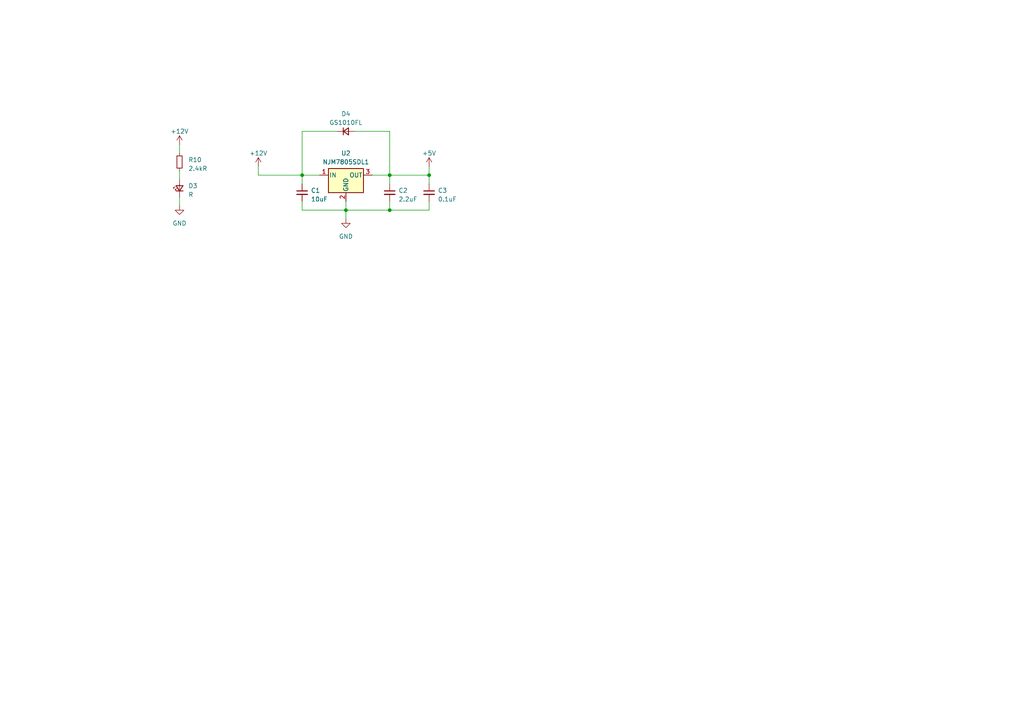
<source format=kicad_sch>
(kicad_sch (version 20231120) (generator "eeschema") (generator_version "8.0")
  (paper "A4")
  (lib_symbols
    (symbol "Device:C_Small" (pin_numbers hide) (pin_names (offset 0.254) hide)
      (property "Reference" "C" (at 0.254 1.778 0))
      (property "Value" "C_Small" (at 0.254 -2.032 0))
      (symbol "C_Small_0_1"
        (polyline (pts (xy -1.524 -0.508) (xy 1.524 -0.508)) (stroke (width 0.3302)))
        (polyline (pts (xy -1.524 0.508) (xy 1.524 0.508)) (stroke (width 0.3048)))
      )
      (symbol "C_Small_1_1"
        (pin passive line (at 0 2.54 270) (length 2.032) (name "~") (number "1"))
        (pin passive line (at 0 -2.54 90) (length 2.032) (name "~") (number "2"))
      )
    )
    (symbol "Device:D_Small" (pin_numbers hide) (pin_names (offset 0.254) hide)
      (property "Reference" "D" (at -1.27 2.032 0))
      (property "Value" "D_Small" (at -3.81 -2.032 0))
      (symbol "D_Small_0_1"
        (polyline (pts (xy -0.762 -1.016) (xy -0.762 1.016)) (stroke (width 0.254)))
        (polyline (pts (xy -0.762 0) (xy 0.762 0)))
        (polyline (pts (xy 0.762 -1.016) (xy -0.762 0) (xy 0.762 1.016) (xy 0.762 -1.016)) (stroke (width 0.254)))
      )
      (symbol "D_Small_1_1"
        (pin passive line (at -2.54 0 0) (length 1.778) (name "K") (number "1"))
        (pin passive line (at 2.54 0 180) (length 1.778) (name "A") (number "2"))
      )
    )
    (symbol "Device:LED_Small" (pin_numbers hide) (pin_names (offset 0.254) hide)
      (property "Reference" "D" (at -1.27 3.175 0))
      (property "Value" "LED_Small" (at -4.445 -2.54 0))
      (symbol "LED_Small_0_1"
        (polyline (pts (xy -0.762 -1.016) (xy -0.762 1.016)) (stroke (width 0.254)))
        (polyline (pts (xy 1.016 0) (xy -0.762 0)))
        (polyline (pts (xy 0.762 -1.016) (xy -0.762 0) (xy 0.762 1.016) (xy 0.762 -1.016)) (stroke (width 0.254)))
        (polyline (pts (xy 0 0.762) (xy -0.508 1.27) (xy -0.254 1.27) (xy -0.508 1.27) (xy -0.508 1.016)))
        (polyline (pts (xy 0.508 1.27) (xy 0 1.778) (xy 0.254 1.778) (xy 0 1.778) (xy 0 1.524)))
      )
      (symbol "LED_Small_1_1"
        (pin passive line (at -2.54 0 0) (length 1.778) (name "K") (number "1"))
        (pin passive line (at 2.54 0 180) (length 1.778) (name "A") (number "2"))
      )
    )
    (symbol "Device:R_Small" (pin_numbers hide) (pin_names (offset 0.254) hide)
      (property "Reference" "R" (at 0.762 0.508 0))
      (property "Value" "R_Small" (at 0.762 -1.016 0))
      (symbol "R_Small_0_1"
        (rectangle (start -0.762 1.778) (end 0.762 -1.778) (stroke (width 0.2032)))
      )
      (symbol "R_Small_1_1"
        (pin passive line (at 0 2.54 270) (length 0.762) (name "~") (number "1"))
        (pin passive line (at 0 -2.54 90) (length 0.762) (name "~") (number "2"))
      )
    )
    (symbol "Regulator_Linear:L7805" (pin_names (offset 0.254))
      (property "Reference" "U" (at -3.81 3.175 0))
      (property "Value" "L7805" (at 0 3.175 0))
      (symbol "L7805_0_1"
        (rectangle (start -5.08 1.905) (end 5.08 -5.08) (stroke (width 0.254)) (fill (type background)))
      )
      (symbol "L7805_1_1"
        (pin power_in line (at -7.62 0 0) (length 2.54) (name "IN") (number "1"))
        (pin power_in line (at 0 -7.62 90) (length 2.54) (name "GND") (number "2"))
        (pin power_out line (at 7.62 0 180) (length 2.54) (name "OUT") (number "3"))
      )
    )
    (symbol "power:+12V" (power) (pin_names (offset 0))
      (property "Value" "+12V" (at 0 3.556 0))
      (symbol "+12V_0_1"
        (polyline (pts (xy -0.762 1.27) (xy 0 2.54)))
        (polyline (pts (xy 0 0) (xy 0 2.54)))
        (polyline (pts (xy 0 2.54) (xy 0.762 1.27)))
      )
      (symbol "+12V_1_1"
        (pin power_in line (at 0 0 90) (length 0) hide (name "+12V") (number "1"))
      )
    )
    (symbol "power:+5V" (power) (pin_names (offset 0))
      (property "Value" "+5V" (at 0 3.556 0))
      (symbol "+5V_0_1"
        (polyline (pts (xy -0.762 1.27) (xy 0 2.54)))
        (polyline (pts (xy 0 0) (xy 0 2.54)))
        (polyline (pts (xy 0 2.54) (xy 0.762 1.27)))
      )
      (symbol "+5V_1_1"
        (pin power_in line (at 0 0 90) (length 0) hide (name "+5V") (number "1"))
      )
    )
    (symbol "power:GND" (power) (pin_names (offset 0))
      (property "Value" "GND" (at 0 -3.81 0))
      (symbol "GND_0_1"
        (polyline (pts (xy 0 0) (xy 0 -1.27) (xy 1.27 -1.27) (xy 0 -2.54) (xy -1.27 -1.27) (xy 0 -1.27)))
      )
      (symbol "GND_1_1"
        (pin power_in line (at 0 0 270) (length 0) hide (name "GND") (number "1"))
      )
    )
  )
  (junction (at 87.63 50.8))
  (junction (at 113.03 50.8))
  (junction (at 100.33 60.96))
  (junction (at 113.03 60.96))
  (junction (at 124.46 50.8))
  (wire (pts (xy 113.03 50.8) (xy 113.03 53.34)))
  (wire (pts (xy 100.33 58.42) (xy 100.33 60.96)))
  (wire (pts (xy 113.03 38.1) (xy 113.03 50.8)))
  (wire (pts (xy 52.07 49.53) (xy 52.07 52.07)))
  (wire (pts (xy 124.46 60.96) (xy 113.03 60.96)))
  (wire (pts (xy 52.07 41.91) (xy 52.07 44.45)))
  (wire (pts (xy 74.93 48.26) (xy 74.93 50.8)))
  (wire (pts (xy 92.71 50.8) (xy 87.63 50.8)))
  (wire (pts (xy 124.46 50.8) (xy 124.46 53.34)))
  (wire (pts (xy 124.46 48.26) (xy 124.46 50.8)))
  (wire (pts (xy 100.33 60.96) (xy 113.03 60.96)))
  (wire (pts (xy 102.87 38.1) (xy 113.03 38.1)))
  (wire (pts (xy 87.63 38.1) (xy 97.79 38.1)))
  (wire (pts (xy 113.03 50.8) (xy 124.46 50.8)))
  (wire (pts (xy 87.63 60.96) (xy 100.33 60.96)))
  (wire (pts (xy 113.03 60.96) (xy 113.03 58.42)))
  (wire (pts (xy 74.93 50.8) (xy 87.63 50.8)))
  (wire (pts (xy 124.46 58.42) (xy 124.46 60.96)))
  (wire (pts (xy 87.63 50.8) (xy 87.63 53.34)))
  (wire (pts (xy 100.33 60.96) (xy 100.33 63.5)))
  (wire (pts (xy 87.63 58.42) (xy 87.63 60.96)))
  (wire (pts (xy 87.63 38.1) (xy 87.63 50.8)))
  (wire (pts (xy 107.95 50.8) (xy 113.03 50.8)))
  (wire (pts (xy 52.07 57.15) (xy 52.07 59.69)))
  (symbol (lib_id "power:+12V") (at 74.93 48.26 0) (mirror y) (unit 1)
    (property "Reference" "#PWR016" (effects (hide yes)))
    (property "Value" "+12V" (at 74.93 44.45 0))
  )
  (symbol (lib_id "Device:C_Small") (at 113.03 55.88 0) (unit 1)
    (property "Reference" "C2" (at 115.57 55.2513 0) (effects (justify left)))
    (property "Value" "2.2uF" (at 115.57 57.7913 0) (effects (justify left)))
    (property "Footprint" "Capacitor_SMD:C_0603_1608Metric_Pad1.08x0.95mm_HandSolder" (effects (hide yes)))
    (property "Datasheet" "https://akizukidenshi.com/catalog/g/gP-16077/" (effects (hide yes)))
  )
  (symbol (lib_id "Regulator_Linear:L7805") (at 100.33 50.8 0) (unit 1)
    (property "Reference" "U2" (at 100.33 44.45 0))
    (property "Value" "NJM7805SDL1" (at 100.33 46.99 0))
    (property "Footprint" "Package_TO_SOT_SMD:TO-252-2" (effects (hide yes)))
    (property "Datasheet" "https://akizukidenshi.com/catalog/g/gI-11237/" (effects (hide yes)))
  )
  (symbol (lib_id "power:GND") (at 100.33 63.5 0) (unit 1)
    (property "Reference" "#PWR017" (effects (hide yes)))
    (property "Value" "GND" (at 100.33 68.58 0))
  )
  (symbol (lib_id "Device:D_Small") (at 100.33 38.1 0) (unit 1)
    (property "Reference" "D4" (at 100.33 33.02 0))
    (property "Value" "GS1010FL" (at 100.33 35.56 0))
    (property "Footprint" "Diode_SMD:D_SOD-123F" (effects (hide yes)))
    (property "Datasheet" "https://akizukidenshi.com/catalog/g/gI-06014/" (effects (hide yes)))
    (property "Sim.Device" "D" (effects (hide yes)))
    (property "Sim.Pins" "1=K 2=A" (effects (hide yes)))
  )
  (symbol (lib_id "Device:R_Small") (at 52.07 46.99 0) (unit 1)
    (property "Reference" "R10" (at 54.61 46.355 0) (effects (justify left)))
    (property "Value" "2.4kR" (at 54.61 48.895 0) (effects (justify left)))
    (property "Footprint" "Resistor_SMD:R_0603_1608Metric_Pad0.98x0.95mm_HandSolder" (effects (hide yes)))
    (property "Datasheet" "https://akizukidenshi.com/catalog/g/gI-03978/" (effects (hide yes)))
  )
  (symbol (lib_id "Device:C_Small") (at 124.46 55.88 0) (unit 1)
    (property "Reference" "C3" (at 127 55.2513 0) (effects (justify left)))
    (property "Value" "0.1uF" (at 127 57.7913 0) (effects (justify left)))
    (property "Footprint" "Capacitor_SMD:C_0603_1608Metric_Pad1.08x0.95mm_HandSolder" (effects (hide yes)))
    (property "Datasheet" "https://akizukidenshi.com/catalog/g/gP-16143/" (effects (hide yes)))
  )
  (symbol (lib_id "power:+12V") (at 52.07 41.91 0) (unit 1)
    (property "Reference" "#PWR014" (effects (hide yes)))
    (property "Value" "+12V" (at 52.07 38.1 0))
  )
  (symbol (lib_id "power:GND") (at 52.07 59.69 0) (unit 1)
    (property "Reference" "#PWR015" (effects (hide yes)))
    (property "Value" "GND" (at 52.07 64.77 0))
  )
  (symbol (lib_id "power:+5V") (at 124.46 48.26 0) (unit 1)
    (property "Reference" "#PWR018" (effects (hide yes)))
    (property "Value" "+5V" (at 124.46 44.45 0))
  )
  (symbol (lib_id "Device:C_Small") (at 87.63 55.88 0) (unit 1)
    (property "Reference" "C1" (at 90.17 55.2513 0) (effects (justify left)))
    (property "Value" "10uF" (at 90.17 57.7913 0) (effects (justify left)))
    (property "Footprint" "Capacitor_SMD:C_1206_3216Metric_Pad1.33x1.80mm_HandSolder" (effects (hide yes)))
    (property "Datasheet" "https://akizukidenshi.com/catalog/g/gP-17338/" (effects (hide yes)))
  )
  (symbol (lib_id "Device:LED_Small") (at 52.07 54.61 90) (unit 1)
    (property "Reference" "D3" (at 54.61 53.9115 90) (effects (justify right)))
    (property "Value" "R" (at 54.61 56.4515 90) (effects (justify right)))
    (property "Footprint" "LED_SMD:LED_0603_1608Metric_Pad1.05x0.95mm_HandSolder" (effects (hide yes)))
    (property "Datasheet" "https://akizukidenshi.com/catalog/g/gI-03978/" (effects (hide yes)))
  )
)
</source>
